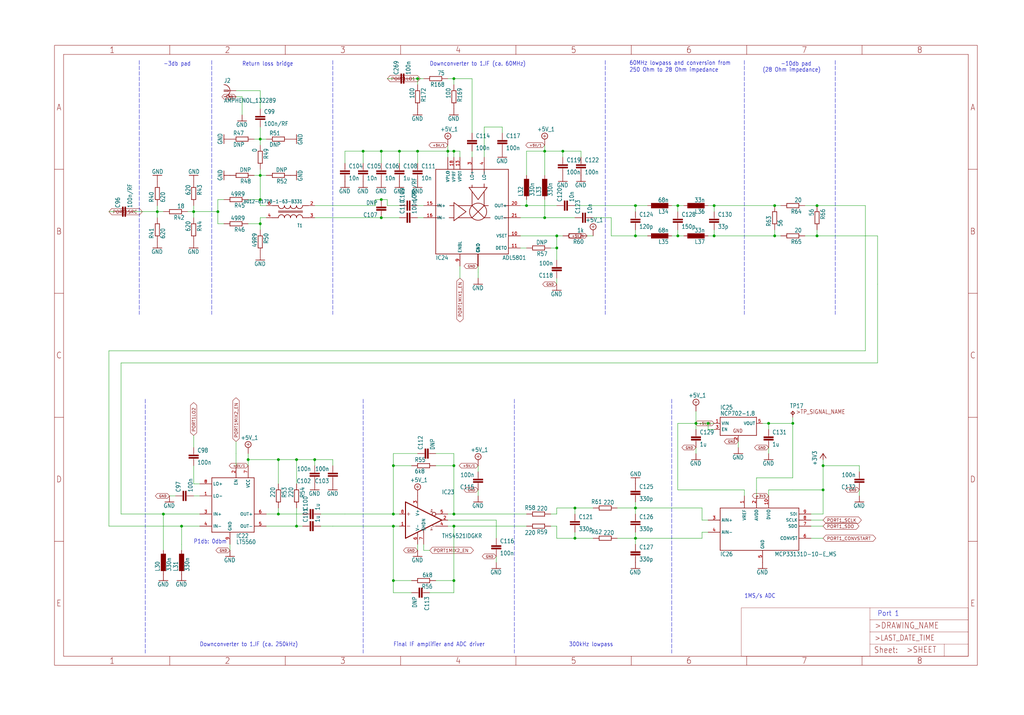
<source format=kicad_sch>
(kicad_sch (version 20210615) (generator eeschema)
  (paper "User" 429.793 300.279)
  (junction (at 66.04 88.9) (diameter 1.016))
  (junction (at 68.58 215.9) (diameter 1.016))
  (junction (at 76.2 220.98) (diameter 1.016))
  (junction (at 81.28 88.9) (diameter 1.016))
  (junction (at 91.44 88.9) (diameter 1.016))
  (junction (at 104.14 193.04) (diameter 1.016))
  (junction (at 109.22 58.42) (diameter 1.016))
  (junction (at 109.22 73.66) (diameter 1.016))
  (junction (at 109.22 83.82) (diameter 1.016))
  (junction (at 109.22 93.98) (diameter 1.016))
  (junction (at 116.84 193.04) (diameter 1.016))
  (junction (at 116.84 215.9) (diameter 1.016))
  (junction (at 124.46 193.04) (diameter 1.016))
  (junction (at 124.46 220.98) (diameter 1.016))
  (junction (at 132.08 193.04) (diameter 1.016))
  (junction (at 152.4 63.5) (diameter 1.016))
  (junction (at 160.02 63.5) (diameter 1.016))
  (junction (at 160.02 83.82) (diameter 1.016))
  (junction (at 160.02 91.44) (diameter 1.016))
  (junction (at 165.1 195.58) (diameter 1.016))
  (junction (at 165.1 215.9) (diameter 1.016))
  (junction (at 165.1 220.98) (diameter 1.016))
  (junction (at 165.1 243.84) (diameter 1.016))
  (junction (at 167.64 63.5) (diameter 1.016))
  (junction (at 175.26 33.02) (diameter 1.016))
  (junction (at 175.26 63.5) (diameter 1.016))
  (junction (at 187.96 63.5) (diameter 1.016))
  (junction (at 190.5 33.02) (diameter 1.016))
  (junction (at 190.5 63.5) (diameter 1.016))
  (junction (at 190.5 195.58) (diameter 1.016))
  (junction (at 190.5 215.9) (diameter 1.016))
  (junction (at 190.5 220.98) (diameter 1.016))
  (junction (at 190.5 243.84) (diameter 1.016))
  (junction (at 220.98 86.36) (diameter 1.016))
  (junction (at 228.6 63.5) (diameter 1.016))
  (junction (at 228.6 91.44) (diameter 1.016))
  (junction (at 233.68 99.06) (diameter 1.016))
  (junction (at 233.68 104.14) (diameter 1.016))
  (junction (at 236.22 63.5) (diameter 1.016))
  (junction (at 241.3 213.36) (diameter 1.016))
  (junction (at 241.3 226.06) (diameter 1.016))
  (junction (at 266.7 86.36) (diameter 1.016))
  (junction (at 266.7 99.06) (diameter 1.016))
  (junction (at 266.7 213.36) (diameter 1.016))
  (junction (at 266.7 226.06) (diameter 1.016))
  (junction (at 284.48 86.36) (diameter 1.016))
  (junction (at 284.48 99.06) (diameter 1.016))
  (junction (at 292.1 177.8) (diameter 1.016))
  (junction (at 297.18 177.8) (diameter 1.016))
  (junction (at 299.72 86.36) (diameter 1.016))
  (junction (at 299.72 99.06) (diameter 1.016))
  (junction (at 322.58 177.8) (diameter 1.016))
  (junction (at 325.12 86.36) (diameter 1.016))
  (junction (at 325.12 99.06) (diameter 1.016))
  (junction (at 332.74 177.8) (diameter 1.016))
  (junction (at 342.9 86.36) (diameter 1.016))
  (junction (at 342.9 99.06) (diameter 1.016))
  (junction (at 345.44 195.58) (diameter 1.016))
  (junction (at 345.44 205.74) (diameter 1.016))
  (wire (pts (xy 45.72 88.9) (xy 48.26 88.9)))
  (wire (pts (xy 45.72 147.32) (xy 45.72 220.98)))
  (wire (pts (xy 45.72 220.98) (xy 76.2 220.98)))
  (wire (pts (xy 50.8 152.4) (xy 368.3 152.4)))
  (wire (pts (xy 50.8 215.9) (xy 50.8 152.4)))
  (wire (pts (xy 55.88 88.9) (xy 66.04 88.9)))
  (wire (pts (xy 66.04 86.36) (xy 66.04 88.9)))
  (wire (pts (xy 66.04 88.9) (xy 66.04 91.44)))
  (wire (pts (xy 66.04 88.9) (xy 68.58 88.9)))
  (wire (pts (xy 68.58 215.9) (xy 50.8 215.9)))
  (wire (pts (xy 68.58 215.9) (xy 83.82 215.9)))
  (wire (pts (xy 68.58 231.14) (xy 68.58 215.9)))
  (wire (pts (xy 71.12 208.28) (xy 73.66 208.28)))
  (wire (pts (xy 76.2 220.98) (xy 83.82 220.98)))
  (wire (pts (xy 76.2 228.6) (xy 76.2 220.98)))
  (wire (pts (xy 76.2 231.14) (xy 76.2 228.6)))
  (wire (pts (xy 78.74 88.9) (xy 81.28 88.9)))
  (wire (pts (xy 81.28 88.9) (xy 81.28 86.36)))
  (wire (pts (xy 81.28 88.9) (xy 81.28 91.44)))
  (wire (pts (xy 81.28 88.9) (xy 91.44 88.9)))
  (wire (pts (xy 81.28 187.96) (xy 81.28 182.88)))
  (wire (pts (xy 81.28 203.2) (xy 81.28 195.58)))
  (wire (pts (xy 81.28 208.28) (xy 83.82 208.28)))
  (wire (pts (xy 83.82 203.2) (xy 81.28 203.2)))
  (wire (pts (xy 91.44 83.82) (xy 93.98 83.82)))
  (wire (pts (xy 91.44 88.9) (xy 91.44 83.82)))
  (wire (pts (xy 91.44 88.9) (xy 91.44 93.98)))
  (wire (pts (xy 91.44 93.98) (xy 93.98 93.98)))
  (wire (pts (xy 96.52 231.14) (xy 96.52 228.6)))
  (wire (pts (xy 99.06 38.1) (xy 109.22 38.1)))
  (wire (pts (xy 99.06 40.64) (xy 101.6 40.64)))
  (wire (pts (xy 99.06 190.5) (xy 99.06 185.42)))
  (wire (pts (xy 99.06 195.58) (xy 99.06 190.5)))
  (wire (pts (xy 101.6 40.64) (xy 101.6 48.26)))
  (wire (pts (xy 104.14 93.98) (xy 109.22 93.98)))
  (wire (pts (xy 104.14 193.04) (xy 104.14 190.5)))
  (wire (pts (xy 104.14 193.04) (xy 116.84 193.04)))
  (wire (pts (xy 104.14 195.58) (xy 104.14 193.04)))
  (wire (pts (xy 106.68 73.66) (xy 109.22 73.66)))
  (wire (pts (xy 109.22 38.1) (xy 109.22 45.72)))
  (wire (pts (xy 109.22 53.34) (xy 109.22 58.42)))
  (wire (pts (xy 109.22 58.42) (xy 106.68 58.42)))
  (wire (pts (xy 109.22 58.42) (xy 111.76 58.42)))
  (wire (pts (xy 109.22 60.96) (xy 109.22 58.42)))
  (wire (pts (xy 109.22 73.66) (xy 109.22 71.12)))
  (wire (pts (xy 109.22 73.66) (xy 111.76 73.66)))
  (wire (pts (xy 109.22 83.82) (xy 104.14 83.82)))
  (wire (pts (xy 109.22 83.82) (xy 109.22 73.66)))
  (wire (pts (xy 109.22 86.36) (xy 109.22 83.82)))
  (wire (pts (xy 109.22 86.36) (xy 111.76 86.36)))
  (wire (pts (xy 109.22 91.44) (xy 111.76 91.44)))
  (wire (pts (xy 109.22 93.98) (xy 109.22 91.44)))
  (wire (pts (xy 109.22 93.98) (xy 109.22 96.52)))
  (wire (pts (xy 111.76 215.9) (xy 116.84 215.9)))
  (wire (pts (xy 111.76 220.98) (xy 124.46 220.98)))
  (wire (pts (xy 116.84 193.04) (xy 124.46 193.04)))
  (wire (pts (xy 116.84 203.2) (xy 116.84 193.04)))
  (wire (pts (xy 116.84 215.9) (xy 116.84 213.36)))
  (wire (pts (xy 124.46 193.04) (xy 132.08 193.04)))
  (wire (pts (xy 124.46 203.2) (xy 124.46 193.04)))
  (wire (pts (xy 124.46 220.98) (xy 124.46 213.36)))
  (wire (pts (xy 124.46 220.98) (xy 127 220.98)))
  (wire (pts (xy 127 215.9) (xy 116.84 215.9)))
  (wire (pts (xy 132.08 86.36) (xy 157.48 86.36)))
  (wire (pts (xy 132.08 91.44) (xy 160.02 91.44)))
  (wire (pts (xy 132.08 193.04) (xy 139.7 193.04)))
  (wire (pts (xy 132.08 195.58) (xy 132.08 193.04)))
  (wire (pts (xy 134.62 220.98) (xy 139.7 220.98)))
  (wire (pts (xy 139.7 193.04) (xy 139.7 195.58)))
  (wire (pts (xy 144.78 68.58) (xy 144.78 63.5)))
  (wire (pts (xy 144.78 215.9) (xy 134.62 215.9)))
  (wire (pts (xy 144.78 215.9) (xy 165.1 215.9)))
  (wire (pts (xy 152.4 63.5) (xy 144.78 63.5)))
  (wire (pts (xy 152.4 68.58) (xy 152.4 63.5)))
  (wire (pts (xy 157.48 83.82) (xy 160.02 83.82)))
  (wire (pts (xy 157.48 86.36) (xy 157.48 83.82)))
  (wire (pts (xy 160.02 63.5) (xy 152.4 63.5)))
  (wire (pts (xy 160.02 68.58) (xy 160.02 63.5)))
  (wire (pts (xy 160.02 83.82) (xy 162.56 83.82)))
  (wire (pts (xy 162.56 83.82) (xy 162.56 86.36)))
  (wire (pts (xy 162.56 86.36) (xy 167.64 86.36)))
  (wire (pts (xy 165.1 33.02) (xy 162.56 33.02)))
  (wire (pts (xy 165.1 190.5) (xy 165.1 195.58)))
  (wire (pts (xy 165.1 195.58) (xy 165.1 215.9)))
  (wire (pts (xy 165.1 215.9) (xy 167.64 215.9)))
  (wire (pts (xy 165.1 220.98) (xy 139.7 220.98)))
  (wire (pts (xy 165.1 220.98) (xy 167.64 220.98)))
  (wire (pts (xy 165.1 243.84) (xy 165.1 220.98)))
  (wire (pts (xy 165.1 248.92) (xy 165.1 243.84)))
  (wire (pts (xy 167.64 63.5) (xy 160.02 63.5)))
  (wire (pts (xy 167.64 63.5) (xy 167.64 68.58)))
  (wire (pts (xy 167.64 91.44) (xy 160.02 91.44)))
  (wire (pts (xy 172.72 33.02) (xy 175.26 33.02)))
  (wire (pts (xy 172.72 195.58) (xy 165.1 195.58)))
  (wire (pts (xy 172.72 243.84) (xy 165.1 243.84)))
  (wire (pts (xy 172.72 248.92) (xy 165.1 248.92)))
  (wire (pts (xy 175.26 33.02) (xy 177.8 33.02)))
  (wire (pts (xy 175.26 35.56) (xy 175.26 33.02)))
  (wire (pts (xy 175.26 63.5) (xy 167.64 63.5)))
  (wire (pts (xy 175.26 68.58) (xy 175.26 63.5)))
  (wire (pts (xy 175.26 190.5) (xy 165.1 190.5)))
  (wire (pts (xy 175.26 231.14) (xy 175.26 228.6)))
  (wire (pts (xy 177.8 86.36) (xy 175.26 86.36)))
  (wire (pts (xy 177.8 91.44) (xy 175.26 91.44)))
  (wire (pts (xy 177.8 228.6) (xy 177.8 231.14)))
  (wire (pts (xy 177.8 231.14) (xy 180.34 231.14)))
  (wire (pts (xy 180.34 248.92) (xy 190.5 248.92)))
  (wire (pts (xy 182.88 190.5) (xy 190.5 190.5)))
  (wire (pts (xy 182.88 195.58) (xy 190.5 195.58)))
  (wire (pts (xy 182.88 243.84) (xy 190.5 243.84)))
  (wire (pts (xy 187.96 33.02) (xy 190.5 33.02)))
  (wire (pts (xy 187.96 60.96) (xy 187.96 63.5)))
  (wire (pts (xy 187.96 63.5) (xy 175.26 63.5)))
  (wire (pts (xy 187.96 63.5) (xy 187.96 66.04)))
  (wire (pts (xy 187.96 63.5) (xy 190.5 63.5)))
  (wire (pts (xy 187.96 218.44) (xy 208.28 218.44)))
  (wire (pts (xy 190.5 33.02) (xy 190.5 35.56)))
  (wire (pts (xy 190.5 63.5) (xy 190.5 66.04)))
  (wire (pts (xy 190.5 63.5) (xy 193.04 63.5)))
  (wire (pts (xy 190.5 190.5) (xy 190.5 195.58)))
  (wire (pts (xy 190.5 195.58) (xy 190.5 215.9)))
  (wire (pts (xy 190.5 215.9) (xy 187.96 215.9)))
  (wire (pts (xy 190.5 220.98) (xy 187.96 220.98)))
  (wire (pts (xy 190.5 220.98) (xy 220.98 220.98)))
  (wire (pts (xy 190.5 243.84) (xy 190.5 220.98)))
  (wire (pts (xy 190.5 248.92) (xy 190.5 243.84)))
  (wire (pts (xy 193.04 63.5) (xy 193.04 66.04)))
  (wire (pts (xy 193.04 111.76) (xy 193.04 116.84)))
  (wire (pts (xy 198.12 33.02) (xy 190.5 33.02)))
  (wire (pts (xy 198.12 55.88) (xy 198.12 33.02)))
  (wire (pts (xy 198.12 63.5) (xy 198.12 66.04)))
  (wire (pts (xy 200.66 111.76) (xy 200.66 114.3)))
  (wire (pts (xy 200.66 114.3) (xy 200.66 116.84)))
  (wire (pts (xy 200.66 195.58) (xy 200.66 198.12)))
  (wire (pts (xy 200.66 205.74) (xy 200.66 208.28)))
  (wire (pts (xy 203.2 53.34) (xy 210.82 53.34)))
  (wire (pts (xy 203.2 66.04) (xy 203.2 53.34)))
  (wire (pts (xy 208.28 218.44) (xy 208.28 226.06)))
  (wire (pts (xy 208.28 233.68) (xy 208.28 236.22)))
  (wire (pts (xy 210.82 53.34) (xy 210.82 55.88)))
  (wire (pts (xy 218.44 86.36) (xy 220.98 86.36)))
  (wire (pts (xy 218.44 91.44) (xy 228.6 91.44)))
  (wire (pts (xy 218.44 99.06) (xy 233.68 99.06)))
  (wire (pts (xy 220.98 63.5) (xy 220.98 73.66)))
  (wire (pts (xy 220.98 86.36) (xy 220.98 83.82)))
  (wire (pts (xy 220.98 86.36) (xy 233.68 86.36)))
  (wire (pts (xy 220.98 104.14) (xy 218.44 104.14)))
  (wire (pts (xy 220.98 215.9) (xy 190.5 215.9)))
  (wire (pts (xy 228.6 60.96) (xy 228.6 63.5)))
  (wire (pts (xy 228.6 63.5) (xy 220.98 63.5)))
  (wire (pts (xy 228.6 73.66) (xy 228.6 63.5)))
  (wire (pts (xy 228.6 83.82) (xy 228.6 91.44)))
  (wire (pts (xy 231.14 104.14) (xy 233.68 104.14)))
  (wire (pts (xy 231.14 215.9) (xy 233.68 215.9)))
  (wire (pts (xy 231.14 220.98) (xy 233.68 220.98)))
  (wire (pts (xy 233.68 99.06) (xy 236.22 99.06)))
  (wire (pts (xy 233.68 104.14) (xy 233.68 99.06)))
  (wire (pts (xy 233.68 109.22) (xy 233.68 104.14)))
  (wire (pts (xy 233.68 119.38) (xy 233.68 116.84)))
  (wire (pts (xy 233.68 213.36) (xy 241.3 213.36)))
  (wire (pts (xy 233.68 215.9) (xy 233.68 213.36)))
  (wire (pts (xy 233.68 220.98) (xy 233.68 226.06)))
  (wire (pts (xy 233.68 226.06) (xy 241.3 226.06)))
  (wire (pts (xy 236.22 63.5) (xy 228.6 63.5)))
  (wire (pts (xy 236.22 66.04) (xy 236.22 63.5)))
  (wire (pts (xy 241.3 86.36) (xy 266.7 86.36)))
  (wire (pts (xy 241.3 91.44) (xy 228.6 91.44)))
  (wire (pts (xy 241.3 213.36) (xy 248.92 213.36)))
  (wire (pts (xy 241.3 215.9) (xy 241.3 213.36)))
  (wire (pts (xy 241.3 223.52) (xy 241.3 226.06)))
  (wire (pts (xy 241.3 226.06) (xy 248.92 226.06)))
  (wire (pts (xy 243.84 63.5) (xy 236.22 63.5)))
  (wire (pts (xy 243.84 66.04) (xy 243.84 63.5)))
  (wire (pts (xy 246.38 99.06) (xy 248.92 99.06)))
  (wire (pts (xy 248.92 91.44) (xy 256.54 91.44)))
  (wire (pts (xy 256.54 91.44) (xy 256.54 96.52)))
  (wire (pts (xy 256.54 96.52) (xy 256.54 99.06)))
  (wire (pts (xy 256.54 99.06) (xy 266.7 99.06)))
  (wire (pts (xy 259.08 213.36) (xy 266.7 213.36)))
  (wire (pts (xy 259.08 226.06) (xy 266.7 226.06)))
  (wire (pts (xy 266.7 86.36) (xy 271.78 86.36)))
  (wire (pts (xy 266.7 88.9) (xy 266.7 86.36)))
  (wire (pts (xy 266.7 96.52) (xy 266.7 99.06)))
  (wire (pts (xy 266.7 99.06) (xy 271.78 99.06)))
  (wire (pts (xy 266.7 213.36) (xy 266.7 210.82)))
  (wire (pts (xy 266.7 213.36) (xy 266.7 215.9)))
  (wire (pts (xy 266.7 213.36) (xy 294.64 213.36)))
  (wire (pts (xy 266.7 226.06) (xy 266.7 223.52)))
  (wire (pts (xy 266.7 226.06) (xy 266.7 228.6)))
  (wire (pts (xy 266.7 226.06) (xy 294.64 226.06)))
  (wire (pts (xy 281.94 86.36) (xy 284.48 86.36)))
  (wire (pts (xy 281.94 99.06) (xy 284.48 99.06)))
  (wire (pts (xy 284.48 86.36) (xy 284.48 88.9)))
  (wire (pts (xy 284.48 86.36) (xy 287.02 86.36)))
  (wire (pts (xy 284.48 96.52) (xy 284.48 99.06)))
  (wire (pts (xy 284.48 99.06) (xy 287.02 99.06)))
  (wire (pts (xy 284.48 177.8) (xy 292.1 177.8)))
  (wire (pts (xy 284.48 205.74) (xy 284.48 177.8)))
  (wire (pts (xy 292.1 172.72) (xy 292.1 177.8)))
  (wire (pts (xy 292.1 177.8) (xy 292.1 180.34)))
  (wire (pts (xy 292.1 187.96) (xy 292.1 190.5)))
  (wire (pts (xy 294.64 213.36) (xy 294.64 218.44)))
  (wire (pts (xy 294.64 223.52) (xy 297.18 223.52)))
  (wire (pts (xy 294.64 226.06) (xy 294.64 223.52)))
  (wire (pts (xy 297.18 86.36) (xy 299.72 86.36)))
  (wire (pts (xy 297.18 99.06) (xy 299.72 99.06)))
  (wire (pts (xy 297.18 177.8) (xy 292.1 177.8)))
  (wire (pts (xy 297.18 180.34) (xy 297.18 177.8)))
  (wire (pts (xy 297.18 218.44) (xy 294.64 218.44)))
  (wire (pts (xy 299.72 86.36) (xy 299.72 88.9)))
  (wire (pts (xy 299.72 86.36) (xy 325.12 86.36)))
  (wire (pts (xy 299.72 99.06) (xy 299.72 96.52)))
  (wire (pts (xy 299.72 99.06) (xy 325.12 99.06)))
  (wire (pts (xy 299.72 177.8) (xy 297.18 177.8)))
  (wire (pts (xy 299.72 180.34) (xy 297.18 180.34)))
  (wire (pts (xy 309.88 185.42) (xy 309.88 187.96)))
  (wire (pts (xy 312.42 205.74) (xy 284.48 205.74)))
  (wire (pts (xy 312.42 208.28) (xy 312.42 205.74)))
  (wire (pts (xy 317.5 200.66) (xy 332.74 200.66)))
  (wire (pts (xy 317.5 205.74) (xy 317.5 200.66)))
  (wire (pts (xy 317.5 208.28) (xy 317.5 205.74)))
  (wire (pts (xy 320.04 177.8) (xy 322.58 177.8)))
  (wire (pts (xy 322.58 177.8) (xy 322.58 180.34)))
  (wire (pts (xy 322.58 187.96) (xy 322.58 190.5)))
  (wire (pts (xy 322.58 205.74) (xy 332.74 205.74)))
  (wire (pts (xy 322.58 208.28) (xy 322.58 205.74)))
  (wire (pts (xy 325.12 86.36) (xy 327.66 86.36)))
  (wire (pts (xy 325.12 96.52) (xy 325.12 99.06)))
  (wire (pts (xy 325.12 99.06) (xy 327.66 99.06)))
  (wire (pts (xy 332.74 175.26) (xy 332.74 177.8)))
  (wire (pts (xy 332.74 177.8) (xy 322.58 177.8)))
  (wire (pts (xy 332.74 200.66) (xy 332.74 177.8)))
  (wire (pts (xy 332.74 205.74) (xy 345.44 205.74)))
  (wire (pts (xy 337.82 86.36) (xy 342.9 86.36)))
  (wire (pts (xy 337.82 99.06) (xy 342.9 99.06)))
  (wire (pts (xy 340.36 215.9) (xy 345.44 215.9)))
  (wire (pts (xy 340.36 218.44) (xy 345.44 218.44)))
  (wire (pts (xy 340.36 220.98) (xy 345.44 220.98)))
  (wire (pts (xy 340.36 226.06) (xy 345.44 226.06)))
  (wire (pts (xy 342.9 86.36) (xy 363.22 86.36)))
  (wire (pts (xy 342.9 96.52) (xy 342.9 99.06)))
  (wire (pts (xy 342.9 99.06) (xy 368.3 99.06)))
  (wire (pts (xy 345.44 193.04) (xy 345.44 195.58)))
  (wire (pts (xy 345.44 195.58) (xy 360.68 195.58)))
  (wire (pts (xy 345.44 205.74) (xy 345.44 195.58)))
  (wire (pts (xy 345.44 215.9) (xy 345.44 205.74)))
  (wire (pts (xy 360.68 195.58) (xy 360.68 198.12)))
  (wire (pts (xy 360.68 205.74) (xy 360.68 208.28)))
  (wire (pts (xy 363.22 147.32) (xy 45.72 147.32)))
  (wire (pts (xy 363.22 147.32) (xy 363.22 86.36)))
  (wire (pts (xy 368.3 119.38) (xy 368.3 99.06)))
  (wire (pts (xy 368.3 152.4) (xy 368.3 119.38)))
  (polyline (pts (xy 58.42 25.4) (xy 58.42 132.08)) (stroke (width 0) (type dash)))
  (polyline (pts (xy 60.96 167.64) (xy 60.96 274.32)) (stroke (width 0) (type dash)))
  (polyline (pts (xy 88.9 25.4) (xy 88.9 132.08)) (stroke (width 0) (type dash)))
  (polyline (pts (xy 139.7 25.4) (xy 139.7 132.08)) (stroke (width 0) (type dash)))
  (polyline (pts (xy 152.4 167.64) (xy 152.4 274.32)) (stroke (width 0) (type dash)))
  (polyline (pts (xy 215.9 167.64) (xy 215.9 274.32)) (stroke (width 0) (type dash)))
  (polyline (pts (xy 254 25.4) (xy 254 132.08)) (stroke (width 0) (type dash)))
  (polyline (pts (xy 281.94 167.64) (xy 281.94 274.32)) (stroke (width 0) (type dash)))
  (polyline (pts (xy 312.42 25.4) (xy 312.42 132.08)) (stroke (width 0) (type dash)))
  (polyline (pts (xy 350.52 25.4) (xy 350.52 132.08)) (stroke (width 0) (type dash)))
  (text "-3db pad" (at 68.58 27.94 180) (effects (font (size 1.778 1.5113)) (justify left bottom)))
  (text "P1db: 0dbm" (at 81.28 228.6 180) (effects (font (size 1.778 1.5113)) (justify left bottom)))
  (text "Downconverter to 1.IF (ca. 250kHz)" (at 83.82 271.78 180) (effects (font (size 1.778 1.5113)) (justify left bottom)))
  (text "Return loss bridge" (at 101.6 27.94 180) (effects (font (size 1.778 1.5113)) (justify left bottom)))
  (text "Final IF amplifier and ADC driver" (at 165.1 271.78 180) (effects (font (size 1.778 1.5113)) (justify left bottom)))
  (text "Downconverter to 1.IF (ca. 60MHz)" (at 180.34 27.94 180) (effects (font (size 1.778 1.5113)) (justify left bottom)))
  (text "300kHz lowpass" (at 238.76 271.78 180) (effects (font (size 1.778 1.5113)) (justify left bottom)))
  (text "60MHz lowpass and conversion from\n250 Ohm to 28 Ohm impedance" (at 264.16 30.48 0) (effects (font (size 1.778 1.5113)) (justify left bottom)))
  (text "1MS/s ADC" (at 312.42 251.46 180) (effects (font (size 1.778 1.5113)) (justify left bottom)))
  (text "(28 Ohm impedance)" (at 320.04 30.48 180) (effects (font (size 1.778 1.5113)) (justify left bottom)))
  (text "-10db pad" (at 327.66 27.94 180) (effects (font (size 1.778 1.5113)) (justify left bottom)))
  (text "Port 1" (at 368.3 259.08 180) (effects (font (size 2.1844 1.8567)) (justify left bottom)))
  (global_label "PORT1SRC" (shape bidirectional) (at 45.72 88.9 0) (effects (font (size 1.3335 1.3335))) (property "Intersheet References" "${INTERSHEET_REFS}" (effects hide)))
  (global_label "GND" (shape bidirectional) (at 71.12 208.28 180) (effects (font (size 1.016 1.016))) (property "Intersheet References" "${INTERSHEET_REFS}" (effects hide)))
  (global_label "PORT1LO2" (shape bidirectional) (at 81.28 182.88 90) (effects (font (size 1.3335 1.3335))) (property "Intersheet References" "${INTERSHEET_REFS}" (effects hide)))
  (global_label "GND" (shape bidirectional) (at 96.52 231.14 180) (effects (font (size 1.016 1.016))) (property "Intersheet References" "${INTERSHEET_REFS}" (effects hide)))
  (global_label "GND" (shape bidirectional) (at 99.06 40.64 180) (effects (font (size 1.016 1.016))) (property "Intersheet References" "${INTERSHEET_REFS}" (effects hide)))
  (global_label "PORT1MIX2_EN" (shape bidirectional) (at 99.06 185.42 90) (effects (font (size 1.3335 1.3335))) (property "Intersheet References" "${INTERSHEET_REFS}" (effects hide)))
  (global_label "+5V/1" (shape bidirectional) (at 104.14 195.58 180) (effects (font (size 1.016 1.016))) (property "Intersheet References" "${INTERSHEET_REFS}" (effects hide)))
  (global_label "PORT1LO1" (shape bidirectional) (at 162.56 33.02 0) (effects (font (size 1.3335 1.3335))) (property "Intersheet References" "${INTERSHEET_REFS}" (effects hide)))
  (global_label "GND" (shape bidirectional) (at 175.26 231.14 180) (effects (font (size 1.016 1.016))) (property "Intersheet References" "${INTERSHEET_REFS}" (effects hide)))
  (global_label "PORT1MIX2_EN" (shape bidirectional) (at 180.34 231.14 0) (effects (font (size 1.3335 1.3335))) (property "Intersheet References" "${INTERSHEET_REFS}" (effects hide)))
  (global_label "+5V/1" (shape bidirectional) (at 187.96 60.96 180) (effects (font (size 1.016 1.016))) (property "Intersheet References" "${INTERSHEET_REFS}" (effects hide)))
  (global_label "PORT1MIX1_EN" (shape bidirectional) (at 193.04 116.84 270) (effects (font (size 1.3335 1.3335))) (property "Intersheet References" "${INTERSHEET_REFS}" (effects hide)))
  (global_label "GND" (shape bidirectional) (at 200.66 111.76 180) (effects (font (size 1.016 1.016))) (property "Intersheet References" "${INTERSHEET_REFS}" (effects hide)))
  (global_label "+5V/1" (shape bidirectional) (at 200.66 195.58 180) (effects (font (size 1.016 1.016))) (property "Intersheet References" "${INTERSHEET_REFS}" (effects hide)))
  (global_label "GND" (shape bidirectional) (at 200.66 205.74 180) (effects (font (size 1.016 1.016))) (property "Intersheet References" "${INTERSHEET_REFS}" (effects hide)))
  (global_label "GND" (shape bidirectional) (at 208.28 233.68 180) (effects (font (size 1.016 1.016))) (property "Intersheet References" "${INTERSHEET_REFS}" (effects hide)))
  (global_label "+5V/1" (shape bidirectional) (at 228.6 60.96 180) (effects (font (size 1.016 1.016))) (property "Intersheet References" "${INTERSHEET_REFS}" (effects hide)))
  (global_label "GND" (shape bidirectional) (at 233.68 119.38 180) (effects (font (size 1.016 1.016))) (property "Intersheet References" "${INTERSHEET_REFS}" (effects hide)))
  (global_label "+5V/1" (shape bidirectional) (at 246.38 99.06 180) (effects (font (size 1.016 1.016))) (property "Intersheet References" "${INTERSHEET_REFS}" (effects hide)))
  (global_label "GND" (shape bidirectional) (at 292.1 187.96 180) (effects (font (size 1.016 1.016))) (property "Intersheet References" "${INTERSHEET_REFS}" (effects hide)))
  (global_label "+5V/1" (shape bidirectional) (at 299.72 177.8 180) (effects (font (size 1.016 1.016))) (property "Intersheet References" "${INTERSHEET_REFS}" (effects hide)))
  (global_label "GND" (shape bidirectional) (at 309.88 185.42 180) (effects (font (size 1.016 1.016))) (property "Intersheet References" "${INTERSHEET_REFS}" (effects hide)))
  (global_label "GND" (shape bidirectional) (at 322.58 187.96 180) (effects (font (size 1.016 1.016))) (property "Intersheet References" "${INTERSHEET_REFS}" (effects hide)))
  (global_label "+3V3" (shape bidirectional) (at 322.58 208.28 180) (effects (font (size 1.016 1.016))) (property "Intersheet References" "${INTERSHEET_REFS}" (effects hide)))
  (global_label "PORT1_SCLK" (shape bidirectional) (at 345.44 218.44 0) (effects (font (size 1.3335 1.3335))) (property "Intersheet References" "${INTERSHEET_REFS}" (effects hide)))
  (global_label "PORT1_SDO" (shape bidirectional) (at 345.44 220.98 0) (effects (font (size 1.3335 1.3335))) (property "Intersheet References" "${INTERSHEET_REFS}" (effects hide)))
  (global_label "PORT1_CONVSTART" (shape bidirectional) (at 345.44 226.06 0) (effects (font (size 1.3335 1.3335))) (property "Intersheet References" "${INTERSHEET_REFS}" (effects hide)))
  (global_label "GND" (shape bidirectional) (at 360.68 205.74 180) (effects (font (size 1.016 1.016))) (property "Intersheet References" "${INTERSHEET_REFS}" (effects hide)))
  (symbol (lib_id "VNA-eagle-import:+3V3") (at 345.44 190.5 0)
    (property "Reference" "#+3V312" (effects hide))
    (property "Value" "+3V3" (at 342.9 195.58 90) (effects (font (size 1.778 1.5113)) (justify left bottom)))
  )
  (symbol (lib_id "VNA-eagle-import:GND") (at 66.04 73.66 180)
    (property "Reference" "#GND134" (effects hide))
    (property "Value" "GND" (at 68.58 71.12 0) (effects (font (size 1.778 1.5113)) (justify left bottom)))
  )
  (symbol (lib_id "VNA-eagle-import:GND") (at 66.04 104.14 0)
    (property "Reference" "#GND135" (effects hide))
    (property "Value" "GND" (at 63.5 106.68 0) (effects (font (size 1.778 1.5113)) (justify left bottom)))
  )
  (symbol (lib_id "VNA-eagle-import:GND") (at 68.58 243.84 0)
    (property "Reference" "#GND136" (effects hide))
    (property "Value" "GND" (at 66.04 246.38 0) (effects (font (size 1.778 1.5113)) (justify left bottom)))
  )
  (symbol (lib_id "VNA-eagle-import:GND") (at 71.12 210.82 0)
    (property "Reference" "#GND137" (effects hide))
    (property "Value" "GND" (at 68.58 213.36 0) (effects (font (size 1.778 1.5113)) (justify left bottom)))
  )
  (symbol (lib_id "VNA-eagle-import:GND") (at 76.2 243.84 0)
    (property "Reference" "#GND138" (effects hide))
    (property "Value" "GND" (at 73.66 246.38 0) (effects (font (size 1.778 1.5113)) (justify left bottom)))
  )
  (symbol (lib_id "VNA-eagle-import:GND") (at 81.28 73.66 180)
    (property "Reference" "#GND139" (effects hide))
    (property "Value" "GND" (at 83.82 71.12 0) (effects (font (size 1.778 1.5113)) (justify left bottom)))
  )
  (symbol (lib_id "VNA-eagle-import:GND") (at 81.28 104.14 0)
    (property "Reference" "#GND140" (effects hide))
    (property "Value" "GND" (at 78.74 106.68 0) (effects (font (size 1.778 1.5113)) (justify left bottom)))
  )
  (symbol (lib_id "VNA-eagle-import:GND") (at 93.98 58.42 270)
    (property "Reference" "#GND141" (effects hide))
    (property "Value" "GND" (at 91.44 55.88 0) (effects (font (size 1.778 1.5113)) (justify left bottom)))
  )
  (symbol (lib_id "VNA-eagle-import:GND") (at 93.98 73.66 270)
    (property "Reference" "#GND142" (effects hide))
    (property "Value" "GND" (at 91.44 71.12 0) (effects (font (size 1.778 1.5113)) (justify left bottom)))
  )
  (symbol (lib_id "VNA-eagle-import:GND") (at 96.52 233.68 0)
    (property "Reference" "#GND143" (effects hide))
    (property "Value" "GND" (at 93.98 236.22 0) (effects (font (size 1.778 1.5113)) (justify left bottom)))
  )
  (symbol (lib_id "VNA-eagle-import:GND") (at 101.6 50.8 0)
    (property "Reference" "#GND144" (effects hide))
    (property "Value" "GND" (at 99.06 53.34 0) (effects (font (size 1.778 1.5113)) (justify left bottom)))
  )
  (symbol (lib_id "VNA-eagle-import:GND") (at 109.22 109.22 0)
    (property "Reference" "#GND145" (effects hide))
    (property "Value" "GND" (at 106.68 111.76 0) (effects (font (size 1.778 1.5113)) (justify left bottom)))
  )
  (symbol (lib_id "VNA-eagle-import:GND") (at 124.46 58.42 90)
    (property "Reference" "#GND146" (effects hide))
    (property "Value" "GND" (at 127 60.96 0) (effects (font (size 1.778 1.5113)) (justify left bottom)))
  )
  (symbol (lib_id "VNA-eagle-import:GND") (at 124.46 73.66 90)
    (property "Reference" "#GND147" (effects hide))
    (property "Value" "GND" (at 127 76.2 0) (effects (font (size 1.778 1.5113)) (justify left bottom)))
  )
  (symbol (lib_id "VNA-eagle-import:GND") (at 132.08 205.74 0)
    (property "Reference" "#GND148" (effects hide))
    (property "Value" "GND" (at 129.54 208.28 0) (effects (font (size 1.778 1.5113)) (justify left bottom)))
  )
  (symbol (lib_id "VNA-eagle-import:GND") (at 139.7 205.74 0)
    (property "Reference" "#GND149" (effects hide))
    (property "Value" "GND" (at 137.16 208.28 0) (effects (font (size 1.778 1.5113)) (justify left bottom)))
  )
  (symbol (lib_id "VNA-eagle-import:GND") (at 144.78 78.74 0)
    (property "Reference" "#GND150" (effects hide))
    (property "Value" "GND" (at 142.24 81.28 0) (effects (font (size 1.778 1.5113)) (justify left bottom)))
  )
  (symbol (lib_id "VNA-eagle-import:GND") (at 152.4 78.74 0)
    (property "Reference" "#GND151" (effects hide))
    (property "Value" "GND" (at 149.86 81.28 0) (effects (font (size 1.778 1.5113)) (justify left bottom)))
  )
  (symbol (lib_id "VNA-eagle-import:GND") (at 160.02 78.74 0)
    (property "Reference" "#GND152" (effects hide))
    (property "Value" "GND" (at 157.48 81.28 0) (effects (font (size 1.778 1.5113)) (justify left bottom)))
  )
  (symbol (lib_id "VNA-eagle-import:GND") (at 167.64 78.74 0)
    (property "Reference" "#GND153" (effects hide))
    (property "Value" "GND" (at 165.1 81.28 0) (effects (font (size 1.778 1.5113)) (justify left bottom)))
  )
  (symbol (lib_id "VNA-eagle-import:GND") (at 175.26 48.26 0)
    (property "Reference" "#GND308" (effects hide))
    (property "Value" "GND" (at 172.72 50.8 0) (effects (font (size 1.778 1.5113)) (justify left bottom)))
  )
  (symbol (lib_id "VNA-eagle-import:GND") (at 175.26 78.74 0)
    (property "Reference" "#GND154" (effects hide))
    (property "Value" "GND" (at 172.72 81.28 0) (effects (font (size 1.778 1.5113)) (justify left bottom)))
  )
  (symbol (lib_id "VNA-eagle-import:GND") (at 175.26 233.68 0)
    (property "Reference" "#GND155" (effects hide))
    (property "Value" "GND" (at 172.72 236.22 0) (effects (font (size 1.778 1.5113)) (justify left bottom)))
  )
  (symbol (lib_id "VNA-eagle-import:GND") (at 190.5 48.26 0)
    (property "Reference" "#GND309" (effects hide))
    (property "Value" "GND" (at 187.96 50.8 0) (effects (font (size 1.778 1.5113)) (justify left bottom)))
  )
  (symbol (lib_id "VNA-eagle-import:GND") (at 200.66 119.38 0)
    (property "Reference" "#GND156" (effects hide))
    (property "Value" "GND" (at 198.12 121.92 0) (effects (font (size 1.778 1.5113)) (justify left bottom)))
  )
  (symbol (lib_id "VNA-eagle-import:GND") (at 200.66 210.82 0)
    (property "Reference" "#GND157" (effects hide))
    (property "Value" "GND" (at 198.12 213.36 0) (effects (font (size 1.778 1.5113)) (justify left bottom)))
  )
  (symbol (lib_id "VNA-eagle-import:GND") (at 208.28 238.76 0)
    (property "Reference" "#GND158" (effects hide))
    (property "Value" "GND" (at 205.74 241.3 0) (effects (font (size 1.778 1.5113)) (justify left bottom)))
  )
  (symbol (lib_id "VNA-eagle-import:GND") (at 210.82 66.04 0)
    (property "Reference" "#GND159" (effects hide))
    (property "Value" "GND" (at 208.28 68.58 0) (effects (font (size 1.778 1.5113)) (justify left bottom)))
  )
  (symbol (lib_id "VNA-eagle-import:GND") (at 233.68 121.92 0)
    (property "Reference" "#GND160" (effects hide))
    (property "Value" "GND" (at 231.14 124.46 0) (effects (font (size 1.778 1.5113)) (justify left bottom)))
  )
  (symbol (lib_id "VNA-eagle-import:GND") (at 236.22 76.2 0)
    (property "Reference" "#GND161" (effects hide))
    (property "Value" "GND" (at 233.68 78.74 0) (effects (font (size 1.778 1.5113)) (justify left bottom)))
  )
  (symbol (lib_id "VNA-eagle-import:GND") (at 243.84 76.2 0)
    (property "Reference" "#GND162" (effects hide))
    (property "Value" "GND" (at 241.3 78.74 0) (effects (font (size 1.778 1.5113)) (justify left bottom)))
  )
  (symbol (lib_id "VNA-eagle-import:GND") (at 266.7 200.66 180)
    (property "Reference" "#GND163" (effects hide))
    (property "Value" "GND" (at 269.24 198.12 0) (effects (font (size 1.778 1.5113)) (justify left bottom)))
  )
  (symbol (lib_id "VNA-eagle-import:GND") (at 266.7 238.76 0)
    (property "Reference" "#GND164" (effects hide))
    (property "Value" "GND" (at 264.16 241.3 0) (effects (font (size 1.778 1.5113)) (justify left bottom)))
  )
  (symbol (lib_id "VNA-eagle-import:GND") (at 292.1 193.04 0)
    (property "Reference" "#GND165" (effects hide))
    (property "Value" "GND" (at 289.56 195.58 0) (effects (font (size 1.778 1.5113)) (justify left bottom)))
  )
  (symbol (lib_id "VNA-eagle-import:GND") (at 309.88 190.5 0)
    (property "Reference" "#GND166" (effects hide))
    (property "Value" "GND" (at 307.34 193.04 0) (effects (font (size 1.778 1.5113)) (justify left bottom)))
  )
  (symbol (lib_id "VNA-eagle-import:GND") (at 320.04 238.76 0)
    (property "Reference" "#GND167" (effects hide))
    (property "Value" "GND" (at 317.5 241.3 0) (effects (font (size 1.778 1.5113)) (justify left bottom)))
  )
  (symbol (lib_id "VNA-eagle-import:GND") (at 322.58 193.04 0)
    (property "Reference" "#GND168" (effects hide))
    (property "Value" "GND" (at 320.04 195.58 0) (effects (font (size 1.778 1.5113)) (justify left bottom)))
  )
  (symbol (lib_id "VNA-eagle-import:GND") (at 360.68 210.82 0)
    (property "Reference" "#GND169" (effects hide))
    (property "Value" "GND" (at 358.14 213.36 0) (effects (font (size 1.778 1.5113)) (justify left bottom)))
  )
  (symbol (lib_id "VNA-eagle-import:+5V_1") (at 104.14 187.96 0)
    (property "Reference" "#SUPPLY7" (effects hide))
    (property "Value" "+5V_1" (at 100.965 184.785 0) (effects (font (size 1.778 1.5113)) (justify left bottom)))
  )
  (symbol (lib_id "VNA-eagle-import:+5V_1") (at 175.26 205.74 0)
    (property "Reference" "#SUPPLY8" (effects hide))
    (property "Value" "+5V_1" (at 172.085 202.565 0) (effects (font (size 1.778 1.5113)) (justify left bottom)))
  )
  (symbol (lib_id "VNA-eagle-import:+5V_1") (at 187.96 58.42 0)
    (property "Reference" "#SUPPLY9" (effects hide))
    (property "Value" "+5V_1" (at 184.785 55.245 0) (effects (font (size 1.778 1.5113)) (justify left bottom)))
  )
  (symbol (lib_id "VNA-eagle-import:+5V_1") (at 200.66 193.04 0)
    (property "Reference" "#SUPPLY10" (effects hide))
    (property "Value" "+5V_1" (at 197.485 189.865 0) (effects (font (size 1.778 1.5113)) (justify left bottom)))
  )
  (symbol (lib_id "VNA-eagle-import:+5V_1") (at 228.6 58.42 0)
    (property "Reference" "#SUPPLY11" (effects hide))
    (property "Value" "+5V_1" (at 225.425 55.245 0) (effects (font (size 1.778 1.5113)) (justify left bottom)))
  )
  (symbol (lib_id "VNA-eagle-import:+5V_1") (at 248.92 96.52 0)
    (property "Reference" "#SUPPLY12" (effects hide))
    (property "Value" "+5V_1" (at 245.745 93.345 0) (effects (font (size 1.778 1.5113)) (justify left bottom)))
  )
  (symbol (lib_id "VNA-eagle-import:+5V_1") (at 292.1 170.18 0)
    (property "Reference" "#SUPPLY13" (effects hide))
    (property "Value" "+5V_1" (at 288.925 167.005 0) (effects (font (size 1.778 1.5113)) (justify left bottom)))
  )
  (symbol (lib_id "VNA-eagle-import:R-EU_R0402") (at 66.04 81.28 90)
    (property "Reference" "R40" (at 64.5414 85.09 0) (effects (font (size 1.778 1.5113)) (justify left bottom)))
    (property "Value" "620" (at 69.342 85.09 0) (effects (font (size 1.778 1.5113)) (justify left bottom)))
    (property "Footprint" "R0402" (effects hide))
  )
  (symbol (lib_id "VNA-eagle-import:R-EU_R0402") (at 66.04 96.52 90)
    (property "Reference" "R41" (at 64.5414 100.33 0) (effects (font (size 1.778 1.5113)) (justify left bottom)))
    (property "Value" "620" (at 69.342 100.33 0) (effects (font (size 1.778 1.5113)) (justify left bottom)))
    (property "Footprint" "R0402" (effects hide))
  )
  (symbol (lib_id "VNA-eagle-import:INDUCTOR0402") (at 68.58 236.22 0)
    (property "Reference" "L30" (at 67.0814 240.03 90) (effects (font (size 1.778 1.5113)) (justify left bottom)))
    (property "Value" "330n" (at 71.882 240.03 90) (effects (font (size 1.778 1.5113)) (justify left bottom)))
    (property "Footprint" "L0402" (effects hide))
  )
  (symbol (lib_id "VNA-eagle-import:R-EU_R0402") (at 73.66 88.9 180)
    (property "Reference" "R42" (at 77.47 90.3986 0) (effects (font (size 1.778 1.5113)) (justify left bottom)))
    (property "Value" "18" (at 77.47 85.598 0) (effects (font (size 1.778 1.5113)) (justify left bottom)))
    (property "Footprint" "R0402" (effects hide))
  )
  (symbol (lib_id "VNA-eagle-import:INDUCTOR0402") (at 76.2 236.22 0)
    (property "Reference" "L31" (at 74.7014 240.03 90) (effects (font (size 1.778 1.5113)) (justify left bottom)))
    (property "Value" "330n" (at 79.502 240.03 90) (effects (font (size 1.778 1.5113)) (justify left bottom)))
    (property "Footprint" "L0402" (effects hide))
  )
  (symbol (lib_id "VNA-eagle-import:R-EU_R0402") (at 81.28 81.28 270)
    (property "Reference" "R43" (at 82.7786 77.47 0) (effects (font (size 1.778 1.5113)) (justify left bottom)))
    (property "Value" "620" (at 77.978 77.47 0) (effects (font (size 1.778 1.5113)) (justify left bottom)))
    (property "Footprint" "R0402" (effects hide))
  )
  (symbol (lib_id "VNA-eagle-import:R-EU_R0402") (at 81.28 96.52 270)
    (property "Reference" "R44" (at 82.7786 92.71 0) (effects (font (size 1.778 1.5113)) (justify left bottom)))
    (property "Value" "620" (at 77.978 92.71 0) (effects (font (size 1.778 1.5113)) (justify left bottom)))
    (property "Footprint" "R0402" (effects hide))
  )
  (symbol (lib_id "VNA-eagle-import:R-EU_R0402") (at 99.06 83.82 180)
    (property "Reference" "R45" (at 102.87 85.3186 0) (effects (font (size 1.778 1.5113)) (justify left bottom)))
    (property "Value" "49R9" (at 102.87 80.518 0) (effects (font (size 1.778 1.5113)) (justify left bottom)))
    (property "Footprint" "R0402" (effects hide))
  )
  (symbol (lib_id "VNA-eagle-import:R-EU_R0402") (at 99.06 93.98 180)
    (property "Reference" "R46" (at 102.87 95.4786 0) (effects (font (size 1.778 1.5113)) (justify left bottom)))
    (property "Value" "49R9" (at 102.87 90.678 0) (effects (font (size 1.778 1.5113)) (justify left bottom)))
    (property "Footprint" "R0402" (effects hide))
  )
  (symbol (lib_id "VNA-eagle-import:R-EU_R0402") (at 101.6 58.42 0)
    (property "Reference" "R47" (at 97.79 56.9214 0) (effects (font (size 1.778 1.5113)) (justify left bottom)))
    (property "Value" "DNP" (at 97.79 61.722 0) (effects (font (size 1.778 1.5113)) (justify left bottom)))
    (property "Footprint" "R0402" (effects hide))
  )
  (symbol (lib_id "VNA-eagle-import:R-EU_R0402") (at 101.6 73.66 180)
    (property "Reference" "R48" (at 105.41 75.1586 0) (effects (font (size 1.778 1.5113)) (justify left bottom)))
    (property "Value" "DNP" (at 105.41 70.358 0) (effects (font (size 1.778 1.5113)) (justify left bottom)))
    (property "Footprint" "R0402" (effects hide))
  )
  (symbol (lib_id "VNA-eagle-import:R-EU_R0402") (at 109.22 66.04 270)
    (property "Reference" "R49" (at 110.7186 62.23 0) (effects (font (size 1.778 1.5113)) (justify left bottom)))
    (property "Value" "0" (at 105.918 62.23 0) (effects (font (size 1.778 1.5113)) (justify left bottom)))
    (property "Footprint" "R0402" (effects hide))
  )
  (symbol (lib_id "VNA-eagle-import:R-EU_R0402") (at 109.22 101.6 270)
    (property "Reference" "R50" (at 110.7186 97.79 0) (effects (font (size 1.778 1.5113)) (justify left bottom)))
    (property "Value" "49R9" (at 105.918 97.79 0) (effects (font (size 1.778 1.5113)) (justify left bottom)))
    (property "Footprint" "R0402" (effects hide))
  )
  (symbol (lib_id "VNA-eagle-import:R-EU_R0402") (at 116.84 58.42 0)
    (property "Reference" "R51" (at 113.03 56.9214 0) (effects (font (size 1.778 1.5113)) (justify left bottom)))
    (property "Value" "DNP" (at 113.03 61.722 0) (effects (font (size 1.778 1.5113)) (justify left bottom)))
    (property "Footprint" "R0402" (effects hide))
  )
  (symbol (lib_id "VNA-eagle-import:R-EU_R0402") (at 116.84 73.66 180)
    (property "Reference" "R52" (at 120.65 75.1586 0) (effects (font (size 1.778 1.5113)) (justify left bottom)))
    (property "Value" "DNP" (at 120.65 70.358 0) (effects (font (size 1.778 1.5113)) (justify left bottom)))
    (property "Footprint" "R0402" (effects hide))
  )
  (symbol (lib_id "VNA-eagle-import:R-EU_R0402") (at 116.84 208.28 270)
    (property "Reference" "R53" (at 118.3386 204.47 0) (effects (font (size 1.778 1.5113)) (justify left bottom)))
    (property "Value" "220" (at 113.538 204.47 0) (effects (font (size 1.778 1.5113)) (justify left bottom)))
    (property "Footprint" "R0402" (effects hide))
  )
  (symbol (lib_id "VNA-eagle-import:R-EU_R0402") (at 124.46 208.28 270)
    (property "Reference" "R54" (at 125.9586 204.47 0) (effects (font (size 1.778 1.5113)) (justify left bottom)))
    (property "Value" "220" (at 121.158 204.47 0) (effects (font (size 1.778 1.5113)) (justify left bottom)))
    (property "Footprint" "R0402" (effects hide))
  )
  (symbol (lib_id "VNA-eagle-import:R-EU_R0402") (at 175.26 40.64 270)
    (property "Reference" "R172" (at 176.7586 36.83 0) (effects (font (size 1.778 1.5113)) (justify left bottom)))
    (property "Value" "100" (at 171.958 36.83 0) (effects (font (size 1.778 1.5113)) (justify left bottom)))
    (property "Footprint" "R0402" (effects hide))
  )
  (symbol (lib_id "VNA-eagle-import:R-EU_R0402") (at 177.8 195.58 0)
    (property "Reference" "R55" (at 173.99 194.0814 0) (effects (font (size 1.778 1.5113)) (justify left bottom)))
    (property "Value" "6k8" (at 173.99 198.882 0) (effects (font (size 1.778 1.5113)) (justify left bottom)))
    (property "Footprint" "R0402" (effects hide))
  )
  (symbol (lib_id "VNA-eagle-import:R-EU_R0402") (at 177.8 243.84 180)
    (property "Reference" "R56" (at 181.61 245.3386 0) (effects (font (size 1.778 1.5113)) (justify left bottom)))
    (property "Value" "6k8" (at 181.61 240.538 0) (effects (font (size 1.778 1.5113)) (justify left bottom)))
    (property "Footprint" "R0402" (effects hide))
  )
  (symbol (lib_id "VNA-eagle-import:R-EU_R0402") (at 182.88 33.02 180)
    (property "Reference" "R168" (at 186.69 34.5186 0) (effects (font (size 1.778 1.5113)) (justify left bottom)))
    (property "Value" "75" (at 186.69 29.718 0) (effects (font (size 1.778 1.5113)) (justify left bottom)))
    (property "Footprint" "R0402" (effects hide))
  )
  (symbol (lib_id "VNA-eagle-import:R-EU_R0402") (at 190.5 40.64 270)
    (property "Reference" "R169" (at 191.9986 36.83 0) (effects (font (size 1.778 1.5113)) (justify left bottom)))
    (property "Value" "100" (at 187.198 36.83 0) (effects (font (size 1.778 1.5113)) (justify left bottom)))
    (property "Footprint" "R0402" (effects hide))
  )
  (symbol (lib_id "VNA-eagle-import:INDUCTOR0402") (at 220.98 78.74 0)
    (property "Reference" "L32" (at 219.4814 82.55 90) (effects (font (size 1.778 1.5113)) (justify left bottom)))
    (property "Value" "330n" (at 224.282 82.55 90) (effects (font (size 1.778 1.5113)) (justify left bottom)))
    (property "Footprint" "L0402" (effects hide))
  )
  (symbol (lib_id "VNA-eagle-import:R-EU_R0402") (at 226.06 104.14 180)
    (property "Reference" "R57" (at 229.87 105.6386 0) (effects (font (size 1.778 1.5113)) (justify left bottom)))
    (property "Value" "DNP" (at 229.87 100.838 0) (effects (font (size 1.778 1.5113)) (justify left bottom)))
    (property "Footprint" "R0402" (effects hide))
  )
  (symbol (lib_id "VNA-eagle-import:R-EU_R0402") (at 226.06 215.9 180)
    (property "Reference" "R58" (at 224.79 212.3186 0) (effects (font (size 1.778 1.5113)) (justify left bottom)))
    (property "Value" "220" (at 229.87 212.598 0) (effects (font (size 1.778 1.5113)) (justify left bottom)))
    (property "Footprint" "R0402" (effects hide))
  )
  (symbol (lib_id "VNA-eagle-import:R-EU_R0402") (at 226.06 220.98 180)
    (property "Reference" "R59" (at 229.87 222.4786 0) (effects (font (size 1.778 1.5113)) (justify left bottom)))
    (property "Value" "220" (at 224.79 222.758 0) (effects (font (size 1.778 1.5113)) (justify left bottom)))
    (property "Footprint" "R0402" (effects hide))
  )
  (symbol (lib_id "VNA-eagle-import:INDUCTOR0402") (at 228.6 78.74 0)
    (property "Reference" "L33" (at 227.1014 82.55 90) (effects (font (size 1.778 1.5113)) (justify left bottom)))
    (property "Value" "330n" (at 231.902 82.55 90) (effects (font (size 1.778 1.5113)) (justify left bottom)))
    (property "Footprint" "L0402" (effects hide))
  )
  (symbol (lib_id "VNA-eagle-import:R-EU_R0402") (at 241.3 99.06 180)
    (property "Reference" "R60" (at 245.11 100.5586 0) (effects (font (size 1.778 1.5113)) (justify left bottom)))
    (property "Value" "1k" (at 245.11 95.758 0) (effects (font (size 1.778 1.5113)) (justify left bottom)))
    (property "Footprint" "R0402" (effects hide))
  )
  (symbol (lib_id "VNA-eagle-import:R-EU_R0402") (at 254 213.36 180)
    (property "Reference" "R61" (at 252.73 209.7786 0) (effects (font (size 1.778 1.5113)) (justify left bottom)))
    (property "Value" "220" (at 257.81 210.058 0) (effects (font (size 1.778 1.5113)) (justify left bottom)))
    (property "Footprint" "R0402" (effects hide))
  )
  (symbol (lib_id "VNA-eagle-import:R-EU_R0402") (at 254 226.06 180)
    (property "Reference" "R62" (at 252.73 222.4786 0) (effects (font (size 1.778 1.5113)) (justify left bottom)))
    (property "Value" "220" (at 257.81 222.758 0) (effects (font (size 1.778 1.5113)) (justify left bottom)))
    (property "Footprint" "R0402" (effects hide))
  )
  (symbol (lib_id "VNA-eagle-import:INDUCTOR0402") (at 276.86 86.36 90)
    (property "Reference" "L34" (at 280.67 87.8586 90) (effects (font (size 1.778 1.5113)) (justify left bottom)))
    (property "Value" "68n" (at 280.67 83.058 90) (effects (font (size 1.778 1.5113)) (justify left bottom)))
    (property "Footprint" "L0402" (effects hide))
  )
  (symbol (lib_id "VNA-eagle-import:INDUCTOR0402") (at 276.86 99.06 90)
    (property "Reference" "L35" (at 280.67 100.5586 90) (effects (font (size 1.778 1.5113)) (justify left bottom)))
    (property "Value" "68n" (at 280.67 95.758 90) (effects (font (size 1.778 1.5113)) (justify left bottom)))
    (property "Footprint" "L0402" (effects hide))
  )
  (symbol (lib_id "VNA-eagle-import:INDUCTOR0402") (at 292.1 86.36 90)
    (property "Reference" "L36" (at 295.91 87.8586 90) (effects (font (size 1.778 1.5113)) (justify left bottom)))
    (property "Value" "33n" (at 295.91 83.058 90) (effects (font (size 1.778 1.5113)) (justify left bottom)))
    (property "Footprint" "L0402" (effects hide))
  )
  (symbol (lib_id "VNA-eagle-import:INDUCTOR0402") (at 292.1 99.06 90)
    (property "Reference" "L37" (at 295.91 100.5586 90) (effects (font (size 1.778 1.5113)) (justify left bottom)))
    (property "Value" "33n" (at 295.91 95.758 90) (effects (font (size 1.778 1.5113)) (justify left bottom)))
    (property "Footprint" "L0402" (effects hide))
  )
  (symbol (lib_id "VNA-eagle-import:R-EU_R0402") (at 325.12 91.44 90)
    (property "Reference" "R63" (at 323.6214 95.25 0) (effects (font (size 1.778 1.5113)) (justify left bottom)))
    (property "Value" "56" (at 328.422 95.25 0) (effects (font (size 1.778 1.5113)) (justify left bottom)))
    (property "Footprint" "R0402" (effects hide))
  )
  (symbol (lib_id "VNA-eagle-import:R-EU_R0402") (at 332.74 86.36 180)
    (property "Reference" "R64" (at 336.55 87.8586 0) (effects (font (size 1.778 1.5113)) (justify left bottom)))
    (property "Value" "20" (at 336.55 83.058 0) (effects (font (size 1.778 1.5113)) (justify left bottom)))
    (property "Footprint" "R0402" (effects hide))
  )
  (symbol (lib_id "VNA-eagle-import:R-EU_R0402") (at 332.74 99.06 180)
    (property "Reference" "R65" (at 336.55 100.5586 0) (effects (font (size 1.778 1.5113)) (justify left bottom)))
    (property "Value" "20" (at 336.55 95.758 0) (effects (font (size 1.778 1.5113)) (justify left bottom)))
    (property "Footprint" "R0402" (effects hide))
  )
  (symbol (lib_id "VNA-eagle-import:R-EU_R0402") (at 342.9 91.44 270)
    (property "Reference" "R66" (at 344.3986 87.63 0) (effects (font (size 1.778 1.5113)) (justify left bottom)))
    (property "Value" "56" (at 339.598 87.63 0) (effects (font (size 1.778 1.5113)) (justify left bottom)))
    (property "Footprint" "R0402" (effects hide))
  )
  (symbol (lib_id "VNA-eagle-import:AMPHENOL_132289") (at 99.06 38.1 0)
    (property "Reference" "J2" (at 93.98 34.798 0) (effects (font (size 1.778 1.5113)) (justify left bottom)))
    (property "Value" "AMPHENOL_132289" (at 93.98 43.18 0) (effects (font (size 1.778 1.5113)) (justify left bottom)))
    (property "Footprint" "AMPHENOL_132289" (effects hide))
  )
  (symbol (lib_id "VNA-eagle-import:C-EU?_2C0402") (at 50.8 88.9 90)
    (property "Reference" "C96" (at 50.419 87.376 0) (effects (font (size 1.778 1.5113)) (justify left bottom)))
    (property "Value" "100n/RF" (at 55.499 87.376 0) (effects (font (size 1.778 1.5113)) (justify left bottom)))
    (property "Footprint" "C0402" (effects hide))
  )
  (symbol (lib_id "VNA-eagle-import:C-EU?_2C0402") (at 76.2 208.28 90)
    (property "Reference" "C97" (at 75.819 206.756 0) (effects (font (size 1.778 1.5113)) (justify left bottom)))
    (property "Value" "100n" (at 80.899 206.756 0) (effects (font (size 1.778 1.5113)) (justify left bottom)))
    (property "Footprint" "C0402" (effects hide))
  )
  (symbol (lib_id "VNA-eagle-import:C-EU?_2C0402") (at 81.28 190.5 0)
    (property "Reference" "C98" (at 82.804 190.119 0) (effects (font (size 1.778 1.5113)) (justify left bottom)))
    (property "Value" "100n" (at 82.804 195.199 0) (effects (font (size 1.778 1.5113)) (justify left bottom)))
    (property "Footprint" "C0402" (effects hide))
  )
  (symbol (lib_id "VNA-eagle-import:C-EU?_2C0402") (at 109.22 48.26 0)
    (property "Reference" "C99" (at 110.744 47.879 0) (effects (font (size 1.778 1.5113)) (justify left bottom)))
    (property "Value" "100n/RF" (at 110.744 52.959 0) (effects (font (size 1.778 1.5113)) (justify left bottom)))
    (property "Footprint" "C0402" (effects hide))
  )
  (symbol (lib_id "VNA-eagle-import:C-EU?_2C0402") (at 129.54 215.9 90)
    (property "Reference" "C100" (at 129.159 214.376 0) (effects (font (size 1.778 1.5113)) (justify left bottom)))
    (property "Value" "1u" (at 134.239 214.376 0) (effects (font (size 1.778 1.5113)) (justify left bottom)))
    (property "Footprint" "C0402" (effects hide))
  )
  (symbol (lib_id "VNA-eagle-import:C-EU?_2C0402") (at 129.54 220.98 90)
    (property "Reference" "C101" (at 129.159 219.456 0) (effects (font (size 1.778 1.5113)) (justify left bottom)))
    (property "Value" "1u" (at 134.239 219.456 0) (effects (font (size 1.778 1.5113)) (justify left bottom)))
    (property "Footprint" "C0402" (effects hide))
  )
  (symbol (lib_id "VNA-eagle-import:C-EU?_2C0402") (at 132.08 200.66 180)
    (property "Reference" "C102" (at 130.556 201.041 0) (effects (font (size 1.778 1.5113)) (justify left bottom)))
    (property "Value" "100n" (at 130.556 195.961 0) (effects (font (size 1.778 1.5113)) (justify left bottom)))
    (property "Footprint" "C0402" (effects hide))
  )
  (symbol (lib_id "VNA-eagle-import:C-EU?_2C0402") (at 139.7 200.66 180)
    (property "Reference" "C103" (at 138.176 201.041 0) (effects (font (size 1.778 1.5113)) (justify left bottom)))
    (property "Value" "100n" (at 138.176 195.961 0) (effects (font (size 1.778 1.5113)) (justify left bottom)))
    (property "Footprint" "C0402" (effects hide))
  )
  (symbol (lib_id "VNA-eagle-import:C-EU?_2C0402") (at 144.78 71.12 0)
    (property "Reference" "C104" (at 146.304 70.739 0) (effects (font (size 1.778 1.5113)) (justify left bottom)))
    (property "Value" "10n" (at 146.304 75.819 0) (effects (font (size 1.778 1.5113)) (justify left bottom)))
    (property "Footprint" "C0402" (effects hide))
  )
  (symbol (lib_id "VNA-eagle-import:C-EU?_2C0402") (at 152.4 71.12 0)
    (property "Reference" "C105" (at 153.924 70.739 0) (effects (font (size 1.778 1.5113)) (justify left bottom)))
    (property "Value" "10n" (at 153.924 75.819 0) (effects (font (size 1.778 1.5113)) (justify left bottom)))
    (property "Footprint" "C0402" (effects hide))
  )
  (symbol (lib_id "VNA-eagle-import:C-EU?_2C0402") (at 160.02 71.12 0)
    (property "Reference" "C106" (at 161.544 70.739 0) (effects (font (size 1.778 1.5113)) (justify left bottom)))
    (property "Value" "10n" (at 161.544 75.819 0) (effects (font (size 1.778 1.5113)) (justify left bottom)))
    (property "Footprint" "C0402" (effects hide))
  )
  (symbol (lib_id "VNA-eagle-import:C-EU?_2C0402") (at 160.02 88.9 180)
    (property "Reference" "C107" (at 158.496 89.281 0) (effects (font (size 1.778 1.5113)) (justify left bottom)))
    (property "Value" "DNP" (at 158.496 84.201 0) (effects (font (size 1.778 1.5113)) (justify left bottom)))
    (property "Footprint" "C0402" (effects hide))
  )
  (symbol (lib_id "VNA-eagle-import:C-EU?_2C0402") (at 167.64 33.02 90)
    (property "Reference" "C269" (at 167.259 31.496 0) (effects (font (size 1.778 1.5113)) (justify left bottom)))
    (property "Value" "100n" (at 172.339 31.496 0) (effects (font (size 1.778 1.5113)) (justify left bottom)))
    (property "Footprint" "C0402" (effects hide))
  )
  (symbol (lib_id "VNA-eagle-import:C-EU?_2C0402") (at 167.64 71.12 0)
    (property "Reference" "C108" (at 169.164 70.739 0) (effects (font (size 1.778 1.5113)) (justify left bottom)))
    (property "Value" "1u" (at 169.164 75.819 0) (effects (font (size 1.778 1.5113)) (justify left bottom)))
    (property "Footprint" "C0402" (effects hide))
  )
  (symbol (lib_id "VNA-eagle-import:C-EU?_2C0402") (at 170.18 86.36 90)
    (property "Reference" "C109" (at 169.799 84.836 0) (effects (font (size 1.778 1.5113)) (justify left bottom)))
    (property "Value" "100n/RF" (at 174.879 84.836 0) (effects (font (size 1.778 1.5113)) (justify left bottom)))
    (property "Footprint" "C0402" (effects hide))
  )
  (symbol (lib_id "VNA-eagle-import:C-EU?_2C0402") (at 170.18 91.44 90)
    (property "Reference" "C110" (at 169.799 89.916 0) (effects (font (size 1.778 1.5113)) (justify left bottom)))
    (property "Value" "100n/RF" (at 174.879 89.916 0) (effects (font (size 1.778 1.5113)) (justify left bottom)))
    (property "Footprint" "C0402" (effects hide))
  )
  (symbol (lib_id "VNA-eagle-import:C-EU?_2C0402") (at 175.26 71.12 0)
    (property "Reference" "C111" (at 176.784 70.739 0) (effects (font (size 1.778 1.5113)) (justify left bottom)))
    (property "Value" "10n" (at 176.784 75.819 0) (effects (font (size 1.778 1.5113)) (justify left bottom)))
    (property "Footprint" "C0402" (effects hide))
  )
  (symbol (lib_id "VNA-eagle-import:C-EU?_2C0402") (at 177.8 190.5 90)
    (property "Reference" "C112" (at 177.419 188.976 0) (effects (font (size 1.778 1.5113)) (justify left bottom)))
    (property "Value" "DNP" (at 182.499 188.976 0) (effects (font (size 1.778 1.5113)) (justify left bottom)))
    (property "Footprint" "C0402" (effects hide))
  )
  (symbol (lib_id "VNA-eagle-import:C-EU?_2C0402") (at 177.8 248.92 270)
    (property "Reference" "C113" (at 178.181 250.444 0) (effects (font (size 1.778 1.5113)) (justify left bottom)))
    (property "Value" "DNP" (at 173.101 250.444 0) (effects (font (size 1.778 1.5113)) (justify left bottom)))
    (property "Footprint" "C0402" (effects hide))
  )
  (symbol (lib_id "VNA-eagle-import:C-EU?_2C0402") (at 198.12 58.42 0)
    (property "Reference" "C114" (at 199.644 58.039 0) (effects (font (size 1.778 1.5113)) (justify left bottom)))
    (property "Value" "100n" (at 199.644 63.119 0) (effects (font (size 1.778 1.5113)) (justify left bottom)))
    (property "Footprint" "C0402" (effects hide))
  )
  (symbol (lib_id "VNA-eagle-import:C-EU?_2C0402") (at 200.66 203.2 180)
    (property "Reference" "C115" (at 199.136 203.581 0) (effects (font (size 1.778 1.5113)) (justify left bottom)))
    (property "Value" "100n" (at 199.136 198.501 0) (effects (font (size 1.778 1.5113)) (justify left bottom)))
    (property "Footprint" "C0402" (effects hide))
  )
  (symbol (lib_id "VNA-eagle-import:C-EU?_2C0402") (at 208.28 228.6 0)
    (property "Reference" "C116" (at 209.804 228.219 0) (effects (font (size 1.778 1.5113)) (justify left bottom)))
    (property "Value" "100n" (at 209.804 233.299 0) (effects (font (size 1.778 1.5113)) (justify left bottom)))
    (property "Footprint" "C0402" (effects hide))
  )
  (symbol (lib_id "VNA-eagle-import:C-EU?_2C0402") (at 210.82 58.42 0)
    (property "Reference" "C117" (at 212.344 58.039 0) (effects (font (size 1.778 1.5113)) (justify left bottom)))
    (property "Value" "100n" (at 212.344 63.119 0) (effects (font (size 1.778 1.5113)) (justify left bottom)))
    (property "Footprint" "C0402" (effects hide))
  )
  (symbol (lib_id "VNA-eagle-import:C-EU?_2C0402") (at 233.68 114.3 180)
    (property "Reference" "C118" (at 232.156 114.681 0) (effects (font (size 1.778 1.5113)) (justify left bottom)))
    (property "Value" "100n" (at 232.156 109.601 0) (effects (font (size 1.778 1.5113)) (justify left bottom)))
    (property "Footprint" "C0402" (effects hide))
  )
  (symbol (lib_id "VNA-eagle-import:C-EU?_2C0402") (at 236.22 68.58 0)
    (property "Reference" "C119" (at 237.744 68.199 0) (effects (font (size 1.778 1.5113)) (justify left bottom)))
    (property "Value" "100n" (at 237.744 73.279 0) (effects (font (size 1.778 1.5113)) (justify left bottom)))
    (property "Footprint" "C0402" (effects hide))
  )
  (symbol (lib_id "VNA-eagle-import:C-EU?_2C0402") (at 236.22 86.36 90)
    (property "Reference" "C120" (at 235.839 84.836 0) (effects (font (size 1.778 1.5113)) (justify left bottom)))
    (property "Value" "10n" (at 240.919 84.836 0) (effects (font (size 1.778 1.5113)) (justify left bottom)))
    (property "Footprint" "C0402" (effects hide))
  )
  (symbol (lib_id "VNA-eagle-import:C-EU?_2C0402") (at 241.3 218.44 0)
    (property "Reference" "C121" (at 242.824 218.059 0) (effects (font (size 1.778 1.5113)) (justify left bottom)))
    (property "Value" "330p" (at 242.824 223.139 0) (effects (font (size 1.778 1.5113)) (justify left bottom)))
    (property "Footprint" "C0402" (effects hide))
  )
  (symbol (lib_id "VNA-eagle-import:C-EU?_2C0402") (at 243.84 68.58 0)
    (property "Reference" "C122" (at 245.364 68.199 0) (effects (font (size 1.778 1.5113)) (justify left bottom)))
    (property "Value" "100n" (at 245.364 73.279 0) (effects (font (size 1.778 1.5113)) (justify left bottom)))
    (property "Footprint" "C0402" (effects hide))
  )
  (symbol (lib_id "VNA-eagle-import:C-EU?_2C0402") (at 243.84 91.44 90)
    (property "Reference" "C123" (at 243.459 89.916 0) (effects (font (size 1.778 1.5113)) (justify left bottom)))
    (property "Value" "10n" (at 248.539 89.916 0) (effects (font (size 1.778 1.5113)) (justify left bottom)))
    (property "Footprint" "C0402" (effects hide))
  )
  (symbol (lib_id "VNA-eagle-import:C-EU?_2C0402") (at 266.7 91.44 0)
    (property "Reference" "C124" (at 268.224 91.059 0) (effects (font (size 1.778 1.5113)) (justify left bottom)))
    (property "Value" "120p" (at 268.224 96.139 0) (effects (font (size 1.778 1.5113)) (justify left bottom)))
    (property "Footprint" "C0402" (effects hide))
  )
  (symbol (lib_id "VNA-eagle-import:C-EU?_2C0402") (at 266.7 205.74 0)
    (property "Reference" "C125" (at 268.224 205.359 0) (effects (font (size 1.778 1.5113)) (justify left bottom)))
    (property "Value" "330p" (at 268.224 210.439 0) (effects (font (size 1.778 1.5113)) (justify left bottom)))
    (property "Footprint" "C0402" (effects hide))
  )
  (symbol (lib_id "VNA-eagle-import:C-EU?_2C0402") (at 266.7 218.44 0)
    (property "Reference" "C126" (at 268.224 218.059 0) (effects (font (size 1.778 1.5113)) (justify left bottom)))
    (property "Value" "330p" (at 268.224 223.139 0) (effects (font (size 1.778 1.5113)) (justify left bottom)))
    (property "Footprint" "C0402" (effects hide))
  )
  (symbol (lib_id "VNA-eagle-import:C-EU?_2C0402") (at 266.7 231.14 0)
    (property "Reference" "C127" (at 268.224 230.759 0) (effects (font (size 1.778 1.5113)) (justify left bottom)))
    (property "Value" "330p" (at 268.224 235.839 0) (effects (font (size 1.778 1.5113)) (justify left bottom)))
    (property "Footprint" "C0402" (effects hide))
  )
  (symbol (lib_id "VNA-eagle-import:C-EU?_2C0402") (at 284.48 91.44 0)
    (property "Reference" "C128" (at 286.004 91.059 0) (effects (font (size 1.778 1.5113)) (justify left bottom)))
    (property "Value" "150p" (at 286.004 96.139 0) (effects (font (size 1.778 1.5113)) (justify left bottom)))
    (property "Footprint" "C0402" (effects hide))
  )
  (symbol (lib_id "VNA-eagle-import:C-EU?_2C0402") (at 292.1 182.88 0)
    (property "Reference" "C129" (at 293.624 182.499 0) (effects (font (size 1.778 1.5113)) (justify left bottom)))
    (property "Value" "1u" (at 293.624 187.579 0) (effects (font (size 1.778 1.5113)) (justify left bottom)))
    (property "Footprint" "C0402" (effects hide))
  )
  (symbol (lib_id "VNA-eagle-import:C-EU?_2C0402") (at 299.72 91.44 0)
    (property "Reference" "C130" (at 301.244 91.059 0) (effects (font (size 1.778 1.5113)) (justify left bottom)))
    (property "Value" "33p" (at 301.244 96.139 0) (effects (font (size 1.778 1.5113)) (justify left bottom)))
    (property "Footprint" "C0402" (effects hide))
  )
  (symbol (lib_id "VNA-eagle-import:C-EU?_2C0402") (at 322.58 182.88 0)
    (property "Reference" "C131" (at 324.104 182.499 0) (effects (font (size 1.778 1.5113)) (justify left bottom)))
    (property "Value" "1u" (at 324.104 187.579 0) (effects (font (size 1.778 1.5113)) (justify left bottom)))
    (property "Footprint" "C0402" (effects hide))
  )
  (symbol (lib_id "VNA-eagle-import:C-EU?_2C0402") (at 360.68 203.2 180)
    (property "Reference" "C132" (at 359.156 203.581 0) (effects (font (size 1.778 1.5113)) (justify left bottom)))
    (property "Value" "100n" (at 359.156 198.501 0) (effects (font (size 1.778 1.5113)) (justify left bottom)))
    (property "Footprint" "C0402" (effects hide))
  )
  (symbol (lib_id "VNA-eagle-import:TPB1,27") (at 332.74 172.72 0)
    (property "Reference" "TP17" (at 331.47 171.45 0) (effects (font (size 1.778 1.5113)) (justify left bottom)))
    (property "Value" "TPB1,27" (effects hide))
    (property "Footprint" "B1,27" (effects hide))
  )
  (symbol (lib_id "VNA-eagle-import:B012-617DB-1-63-B331") (at 121.92 88.9 180)
    (property "Reference" "T1" (at 127 93.98 0) (effects (font (size 1.4224 1.209)) (justify left bottom)))
    (property "Value" "B012-617DB-1-63-B331" (at 127 83.82 0) (effects (font (size 1.4224 1.209)) (justify left bottom)))
    (property "Footprint" "EASTEVER_BALUN" (effects hide))
  )
  (symbol (lib_id "VNA-eagle-import:NCP702") (at 309.88 177.8 0)
    (property "Reference" "IC25" (at 302.26 172.085 0) (effects (font (size 1.778 1.5113)) (justify left bottom)))
    (property "Value" "NCP702-1.8" (at 302.26 174.625 0) (effects (font (size 1.778 1.5113)) (justify left bottom)))
    (property "Footprint" "SOT95P240X110-5" (effects hide))
  )
  (symbol (lib_id "VNA-eagle-import:THS4521IDGKR") (at 180.34 218.44 0)
    (property "Reference" "IC23" (at 185.42 207.645 0) (effects (font (size 1.778 1.5113)) (justify left bottom)))
    (property "Value" "THS4521IDGKR" (at 185.42 226.06 0) (effects (font (size 1.778 1.5113)) (justify left bottom)))
    (property "Footprint" "SOP65P490X110-8N" (effects hide))
  )
  (symbol (lib_id "VNA-eagle-import:LT5560") (at 96.52 218.44 0)
    (property "Reference" "IC22" (at 99.06 226.06 0) (effects (font (size 1.778 1.5113)) (justify left bottom)))
    (property "Value" "LT5560" (at 99.06 228.6 0) (effects (font (size 1.778 1.5113)) (justify left bottom)))
    (property "Footprint" "SON50P300X300X80-9T165X238" (effects hide))
  )
  (symbol (lib_id "VNA-eagle-import:MCP33131D-10-E_MS") (at 320.04 220.98 0)
    (property "Reference" "IC26" (at 302.26 233.68 0) (effects (font (size 1.778 1.5113)) (justify left bottom)))
    (property "Value" "MCP33131D-10-E_MS" (at 325.12 233.68 0) (effects (font (size 1.778 1.5113)) (justify left bottom)))
    (property "Footprint" "SOP50P490X110-10N" (effects hide))
  )
  (symbol (lib_id "VNA-eagle-import:ADL5801") (at 200.66 88.9 0)
    (property "Reference" "IC24" (at 182.88 109.22 0) (effects (font (size 1.778 1.5113)) (justify left bottom)))
    (property "Value" "ADL5801" (at 210.82 109.22 0) (effects (font (size 1.778 1.5113)) (justify left bottom)))
    (property "Footprint" "QFN50P400X400X100-25T250N" (effects hide))
  )
  (symbol (lib_id "VNA-eagle-import:A3L-LOC") (at 22.86 279.4 0)
    (property "Reference" "#FRAME6" (effects hide))
    (property "Value" "A3L-LOC" (effects hide))
  )
)
</source>
